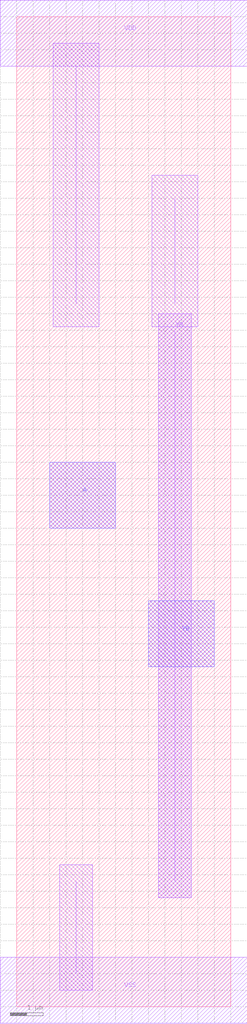
<source format=lef>
VERSION 5.5 ;
NAMESCASESENSITIVE ON ;
BUSBITCHARS "[]" ;
DIVIDERCHAR "/" ;

MACRO inv1
  CLASS CORE ;
  SOURCE USER ;
  ORIGIN 0 0 ;
  SIZE 6.500 BY 30.000 ;
  SYMMETRY X Y ;
  SITE unit ;
  
  PIN A
    USE SIGNAL ;
    PORT
      LAYER ML2 ;
        POLYGON 1.000 14.500  1.000 16.500  3.000 16.500  3.000 14.500  1.000 
        14.500  ;
    END
    PORT
      LAYER ML1 ;
        POLYGON 1.000 14.500  1.000 16.500  3.000 16.500  3.000 14.500  1.000 
        14.500  ;
    END
  END A
  PIN VDD
    USE POWER ;
    PORT
      LAYER ML1 ;
        RECT -0.500 28.500  7.000 30.500  ;
    END
  END VDD
  PIN VSS
    USE GROUND ;
    PORT
      LAYER ML1 ;
        RECT -0.500 -0.500  7.000 1.500  ;
    END
  END VSS
  PIN YB
    USE SIGNAL ;
    PORT
      LAYER ML1 ;
        POLYGON 4.000 10.300  4.000 12.300  6.000 12.300  6.000 10.300  4.000 
        10.300  ;
    END
    PORT
      LAYER ML2 ;
        POLYGON 4.000 10.300  4.000 12.300  6.000 12.300  6.000 10.300  4.000 
        10.300  ;
    END
    PORT
      LAYER ML1 ;
        WIDTH 1.000  ;
        PATH 4.800 20.500 4.800 3.800  ;
    END
  END YB
  OBS

    LAYER ML1 ;

      WIDTH 1.400  ;
      PATH 1.800 21.300 1.800 28.500  ;
      WIDTH 1.000  ;
      PATH 1.800 1.000 1.800 3.800  ;

      WIDTH 1.400  ;
      PATH 4.800 21.300 4.800 24.500  ;
      WIDTH 1.000  ;
      PATH 4.800 20.500 4.800 3.800  ;

    VIA 4.800 3.800  dcont ;
    VIA 4.800 24.500  dcont ;
    VIA 4.800 20.500  dcont ;
    VIA 4.800 22.500  dcont ;
    VIA 1.800 24.500  dcont ;
    VIA 1.800 3.800  dcont ;
    VIA 1.800 20.500  dcont ;
    VIA 1.800 22.500  dcont ;
    VIA 3.500 29.500  nsubcont ;
    VIA 2.000 15.500  pcont ;
    VIA 4.000 0.500  psubcont ;
  END
END inv1

MACRO dcont
  CLASS CORE ;
  OBS
    LAYER ML1 ;
      RECT -1.000 -1.000  1.000 1.000  ;
  END
END dcont

MACRO nsubcont
  CLASS CORE ;
  OBS
    LAYER ML1 ;
      RECT -1.000 -1.000  1.000 1.000  ;
  END
END nsubcont

MACRO pcont
  CLASS CORE ;
  OBS
    LAYER ML1 ;
      RECT -1.000 -1.000  1.000 1.000  ;
  END
END pcont

MACRO psubcont
  CLASS CORE ;
  OBS
    LAYER ML1 ;
      RECT -1.000 -1.000  1.000 1.000  ;
  END
END psubcont


END LIBRARY

</source>
